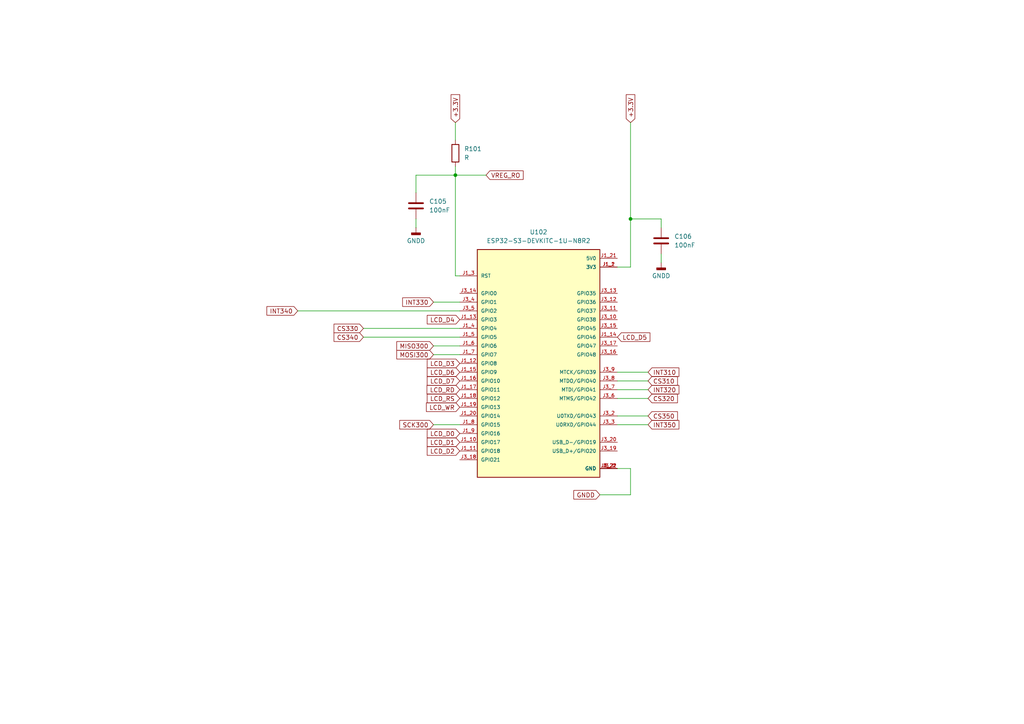
<source format=kicad_sch>
(kicad_sch (version 20250114) (generator "eeschema") (generator_version "9.0")
  (paper "A4")
  (lib_symbols
    (symbol "Device:C" (pin_numbers (hide yes)) (pin_names (offset 0.254))
      (property "Reference" "C" (at 0.635 2.54 0))
      (property "Value" "C" (at 0.635 -2.54 0))
      (symbol "C_0_1"
        (polyline (pts (xy -2.032 0.762) (xy 2.032 0.762)) (stroke (width 0.508)))
        (polyline (pts (xy -2.032 -0.762) (xy 2.032 -0.762)) (stroke (width 0.508)))
      )
      (symbol "C_1_1"
        (pin passive line (at 0 3.81 270) (length 2.794) (name "~") (number "1"))
        (pin passive line (at 0 -3.81 90) (length 2.794) (name "~") (number "2"))
      )
    )
    (symbol "Device:R" (pin_numbers (hide yes)) (pin_names (offset 0))
      (property "Reference" "R" (at 2.032 0 90))
      (property "Value" "R" (at 0 0 90))
      (symbol "R_0_1"
        (rectangle (start -1.016 -2.54) (end 1.016 2.54) (stroke (width 0.254)))
      )
      (symbol "R_1_1"
        (pin passive line (at 0 3.81 270) (length 1.27) (name "~") (number "1"))
        (pin passive line (at 0 -3.81 90) (length 1.27) (name "~") (number "2"))
      )
    )
    (symbol "ESP32-S3-DEVKITC-1U-N8R2:ESP32-S3-DEVKITC-1U-N8R2" (pin_names (offset 1.016))
      (property "Reference" "U" (at -17.78 35.56 0))
      (property "Value" "ESP32-S3-DEVKITC-1U-N8R2" (at -17.78 -35.56 0))
      (symbol "ESP32-S3-DEVKITC-1U-N8R2_0_0"
        (rectangle (start -17.78 -33.02) (end 17.78 33.02) (stroke (width 0.254)) (fill (type background)))
        (pin input line (at -22.86 25.4 0) (length 5.08) (name "RST") (number "J1_3"))
        (pin bidirectional line (at -22.86 20.32 0) (length 5.08) (name "GPIO0") (number "J3_14"))
        (pin bidirectional line (at -22.86 17.78 0) (length 5.08) (name "GPIO1") (number "J3_4"))
        (pin bidirectional line (at -22.86 15.24 0) (length 5.08) (name "GPIO2") (number "J3_5"))
        (pin bidirectional line (at -22.86 12.7 0) (length 5.08) (name "GPIO3") (number "J1_13"))
        (pin bidirectional line (at -22.86 10.16 0) (length 5.08) (name "GPIO4") (number "J1_4"))
        (pin bidirectional line (at -22.86 7.62 0) (length 5.08) (name "GPIO5") (number "J1_5"))
        (pin bidirectional line (at -22.86 5.08 0) (length 5.08) (name "GPIO6") (number "J1_6"))
        (pin bidirectional line (at -22.86 2.54 0) (length 5.08) (name "GPIO7") (number "J1_7"))
        (pin bidirectional line (at -22.86 0 0) (length 5.08) (name "GPIO8") (number "J1_12"))
        (pin bidirectional line (at -22.86 -2.54 0) (length 5.08) (name "GPIO9") (number "J1_15"))
        (pin bidirectional line (at -22.86 -5.08 0) (length 5.08) (name "GPIO10") (number "J1_16"))
        (pin bidirectional line (at -22.86 -7.62 0) (length 5.08) (name "GPIO11") (number "J1_17"))
        (pin bidirectional line (at -22.86 -10.16 0) (length 5.08) (name "GPIO12") (number "J1_18"))
        (pin bidirectional line (at -22.86 -12.7 0) (length 5.08) (name "GPIO13") (number "J1_19"))
        (pin bidirectional line (at -22.86 -15.24 0) (length 5.08) (name "GPIO14") (number "J1_20"))
        (pin bidirectional line (at -22.86 -17.78 0) (length 5.08) (name "GPIO15") (number "J1_8"))
        (pin bidirectional line (at -22.86 -20.32 0) (length 5.08) (name "GPIO16") (number "J1_9"))
        (pin bidirectional line (at -22.86 -22.86 0) (length 5.08) (name "GPIO17") (number "J1_10"))
        (pin bidirectional line (at -22.86 -25.4 0) (length 5.08) (name "GPIO18") (number "J1_11"))
        (pin bidirectional line (at -22.86 -27.94 0) (length 5.08) (name "GPIO21") (number "J3_18"))
        (pin power_in line (at 22.86 30.48 180) (length 5.08) (name "5V0") (number "J1_21"))
        (pin power_in line (at 22.86 27.94 180) (length 5.08) (name "3V3") (number "J1_1"))
        (pin power_in line (at 22.86 27.94 180) (length 5.08) (name "3V3") (number "J1_2"))
        (pin bidirectional line (at 22.86 20.32 180) (length 5.08) (name "GPIO35") (number "J3_13"))
        (pin bidirectional line (at 22.86 17.78 180) (length 5.08) (name "GPIO36") (number "J3_12"))
        (pin bidirectional line (at 22.86 15.24 180) (length 5.08) (name "GPIO37") (number "J3_11"))
        (pin bidirectional line (at 22.86 12.7 180) (length 5.08) (name "GPIO38") (number "J3_10"))
        (pin bidirectional line (at 22.86 10.16 180) (length 5.08) (name "GPIO45") (number "J3_15"))
        (pin bidirectional line (at 22.86 7.62 180) (length 5.08) (name "GPIO46") (number "J1_14"))
        (pin bidirectional line (at 22.86 5.08 180) (length 5.08) (name "GPIO47") (number "J3_17"))
        (pin bidirectional line (at 22.86 2.54 180) (length 5.08) (name "GPIO48") (number "J3_16"))
        (pin bidirectional line (at 22.86 -2.54 180) (length 5.08) (name "MTCK/GPIO39") (number "J3_9"))
        (pin bidirectional line (at 22.86 -5.08 180) (length 5.08) (name "MTDO/GPIO40") (number "J3_8"))
        (pin bidirectional line (at 22.86 -7.62 180) (length 5.08) (name "MTDI/GPIO41") (number "J3_7"))
        (pin bidirectional line (at 22.86 -10.16 180) (length 5.08) (name "MTMS/GPIO42") (number "J3_6"))
        (pin bidirectional line (at 22.86 -15.24 180) (length 5.08) (name "U0TXD/GPIO43") (number "J3_2"))
        (pin bidirectional line (at 22.86 -17.78 180) (length 5.08) (name "U0RXD/GPIO44") (number "J3_3"))
        (pin bidirectional line (at 22.86 -22.86 180) (length 5.08) (name "USB_D-/GPIO19") (number "J3_20"))
        (pin bidirectional line (at 22.86 -25.4 180) (length 5.08) (name "USB_D+/GPIO20") (number "J3_19"))
        (pin power_in line (at 22.86 -30.48 180) (length 5.08) (name "GND") (number "J1_22"))
        (pin power_in line (at 22.86 -30.48 180) (length 5.08) (name "GND") (number "J3_1"))
        (pin power_in line (at 22.86 -30.48 180) (length 5.08) (name "GND") (number "J3_21"))
        (pin power_in line (at 22.86 -30.48 180) (length 5.08) (name "GND") (number "J3_22"))
      )
    )
    (symbol "power:GNDD" (power) (pin_numbers (hide yes)) (pin_names (offset 0) (hide yes))
      (property "Value" "GNDD" (at 0 -3.175 0))
      (symbol "GNDD_0_1"
        (rectangle (start -1.27 -1.524) (end 1.27 -2.032) (stroke (width 0.254)) (fill (type outline)))
        (polyline (pts (xy 0 0) (xy 0 -1.524)))
      )
      (symbol "GNDD_1_1"
        (pin power_in line (at 0 0 270) (length 0) (name "~") (number "1"))
      )
    )
  )
  (junction (at 132.08 50.8))
  (junction (at 182.88 63.5))
  (wire (pts (xy 105.41 95.25) (xy 133.35 95.25)))
  (wire (pts (xy 182.88 143.51) (xy 182.88 135.89)))
  (wire (pts (xy 120.65 50.8) (xy 120.65 55.88)))
  (wire (pts (xy 191.77 63.5) (xy 191.77 66.04)))
  (wire (pts (xy 182.88 143.51) (xy 173.99 143.51)))
  (wire (pts (xy 132.08 50.8) (xy 120.65 50.8)))
  (wire (pts (xy 125.73 100.33) (xy 133.35 100.33)))
  (wire (pts (xy 120.65 63.5) (xy 120.65 66.04)))
  (wire (pts (xy 132.08 80.01) (xy 133.35 80.01)))
  (wire (pts (xy 179.07 115.57) (xy 187.96 115.57)))
  (wire (pts (xy 125.73 87.63) (xy 133.35 87.63)))
  (wire (pts (xy 179.07 110.49) (xy 187.96 110.49)))
  (wire (pts (xy 182.88 63.5) (xy 182.88 77.47)))
  (wire (pts (xy 86.36 90.17) (xy 133.35 90.17)))
  (wire (pts (xy 140.97 50.8) (xy 132.08 50.8)))
  (wire (pts (xy 132.08 50.8) (xy 132.08 80.01)))
  (wire (pts (xy 187.96 120.65) (xy 179.07 120.65)))
  (wire (pts (xy 182.88 135.89) (xy 179.07 135.89)))
  (wire (pts (xy 132.08 48.26) (xy 132.08 50.8)))
  (wire (pts (xy 182.88 77.47) (xy 179.07 77.47)))
  (wire (pts (xy 125.73 102.87) (xy 133.35 102.87)))
  (wire (pts (xy 179.07 123.19) (xy 187.96 123.19)))
  (wire (pts (xy 191.77 73.66) (xy 191.77 76.2)))
  (wire (pts (xy 105.41 97.79) (xy 133.35 97.79)))
  (wire (pts (xy 125.73 123.19) (xy 133.35 123.19)))
  (wire (pts (xy 182.88 35.56) (xy 182.88 63.5)))
  (wire (pts (xy 179.07 107.95) (xy 187.96 107.95)))
  (wire (pts (xy 132.08 35.56) (xy 132.08 40.64)))
  (wire (pts (xy 182.88 63.5) (xy 191.77 63.5)))
  (wire (pts (xy 179.07 113.03) (xy 187.96 113.03)))
  (global_label "LCD_D2" (shape input) (at 133.35 130.81 180) (property "Intersheetrefs" "${INTERSHEET_REFS}" (effects (hide yes))))
  (global_label "MISO300" (shape input) (at 125.73 100.33 180) (property "Intersheetrefs" "${INTERSHEET_REFS}" (effects (hide yes))))
  (global_label "INT340" (shape input) (at 86.36 90.17 180) (property "Intersheetrefs" "${INTERSHEET_REFS}" (effects (hide yes))))
  (global_label "CS340" (shape input) (at 105.41 97.79 180) (property "Intersheetrefs" "${INTERSHEET_REFS}" (effects (hide yes))))
  (global_label "INT330" (shape input) (at 125.73 87.63 180) (property "Intersheetrefs" "${INTERSHEET_REFS}" (effects (hide yes))))
  (global_label "INT320" (shape input) (at 187.96 113.03 0) (property "Intersheetrefs" "${INTERSHEET_REFS}" (effects (hide yes))))
  (global_label "LCD_D5" (shape input) (at 179.07 97.79 0) (property "Intersheetrefs" "${INTERSHEET_REFS}" (effects (hide yes))))
  (global_label "+3.3V" (shape input) (at 132.08 35.56 90) (property "Intersheetrefs" "${INTERSHEET_REFS}" (effects (hide yes))))
  (global_label "MOSI300" (shape input) (at 125.73 102.87 180) (property "Intersheetrefs" "${INTERSHEET_REFS}" (effects (hide yes))))
  (global_label "LCD_D1" (shape input) (at 133.35 128.27 180) (property "Intersheetrefs" "${INTERSHEET_REFS}" (effects (hide yes))))
  (global_label "LCD_D4" (shape input) (at 133.35 92.71 180) (property "Intersheetrefs" "${INTERSHEET_REFS}" (effects (hide yes))))
  (global_label "+3.3V" (shape input) (at 182.88 35.56 90) (property "Intersheetrefs" "${INTERSHEET_REFS}" (effects (hide yes))))
  (global_label "SCK300" (shape input) (at 125.73 123.19 180) (property "Intersheetrefs" "${INTERSHEET_REFS}" (effects (hide yes))))
  (global_label "INT350" (shape input) (at 187.96 123.19 0) (property "Intersheetrefs" "${INTERSHEET_REFS}" (effects (hide yes))))
  (global_label "GNDD" (shape input) (at 173.99 143.51 180) (property "Intersheetrefs" "${INTERSHEET_REFS}" (effects (hide yes))))
  (global_label "LCD_D0" (shape input) (at 133.35 125.73 180) (property "Intersheetrefs" "${INTERSHEET_REFS}" (effects (hide yes))))
  (global_label "LCD_D6" (shape input) (at 133.35 107.95 180) (property "Intersheetrefs" "${INTERSHEET_REFS}" (effects (hide yes))))
  (global_label "CS320" (shape input) (at 187.96 115.57 0) (property "Intersheetrefs" "${INTERSHEET_REFS}" (effects (hide yes))))
  (global_label "CS350" (shape input) (at 187.96 120.65 0) (property "Intersheetrefs" "${INTERSHEET_REFS}" (effects (hide yes))))
  (global_label "LCD_WR" (shape input) (at 133.35 118.11 180) (property "Intersheetrefs" "${INTERSHEET_REFS}" (effects (hide yes))))
  (global_label "LCD_RS" (shape input) (at 133.35 115.57 180) (property "Intersheetrefs" "${INTERSHEET_REFS}" (effects (hide yes))))
  (global_label "VREG_RO" (shape input) (at 140.97 50.8 0) (property "Intersheetrefs" "${INTERSHEET_REFS}" (effects (hide yes))))
  (global_label "CS310" (shape input) (at 187.96 110.49 0) (property "Intersheetrefs" "${INTERSHEET_REFS}" (effects (hide yes))))
  (global_label "LCD_D3" (shape input) (at 133.35 105.41 180) (property "Intersheetrefs" "${INTERSHEET_REFS}" (effects (hide yes))))
  (global_label "INT310" (shape input) (at 187.96 107.95 0) (property "Intersheetrefs" "${INTERSHEET_REFS}" (effects (hide yes))))
  (global_label "CS330" (shape input) (at 105.41 95.25 180) (property "Intersheetrefs" "${INTERSHEET_REFS}" (effects (hide yes))))
  (global_label "LCD_D7" (shape input) (at 133.35 110.49 180) (property "Intersheetrefs" "${INTERSHEET_REFS}" (effects (hide yes))))
  (global_label "LCD_RD" (shape input) (at 133.35 113.03 180) (property "Intersheetrefs" "${INTERSHEET_REFS}" (effects (hide yes))))
  (symbol (lib_id "power:GNDD") (at 191.77 76.2 0) (unit 1)
    (property "Reference" "#PWR0109" (effects (hide yes)))
    (property "Value" "GNDD" (at 191.77 80.01 0))
    (property "Description" "Power symbol creates a global label with name \"GNDD\" , digital ground" (effects (hide yes)))
  )
  (symbol (lib_id "Device:C") (at 191.77 69.85 0) (unit 1)
    (property "Reference" "C106" (at 195.58 68.5799 0) (effects (justify left)))
    (property "Value" "100nF" (at 195.58 71.1199 0) (effects (justify left)))
    (property "Description" "Unpolarized capacitor" (effects (hide yes)))
  )
  (symbol (lib_id "Device:R") (at 132.08 44.45 0) (unit 1)
    (property "Reference" "R101" (at 134.62 43.1799 0) (effects (justify left)))
    (property "Value" "R" (at 134.62 45.7199 0) (effects (justify left)))
    (property "Description" "Resistor" (effects (hide yes)))
  )
  (symbol (lib_id "ESP32-S3-DEVKITC-1U-N8R2:ESP32-S3-DEVKITC-1U-N8R2") (at 156.21 105.41 0) (unit 1)
    (property "Reference" "U102" (at 156.21 67.31 0))
    (property "Value" "ESP32-S3-DEVKITC-1U-N8R2" (at 156.21 69.85 0))
    (property "Footprint" "ESP32-S3-DEVKIT:XCVR_ESP32-S3-DEVKITC-1U-N8R2" (effects (hide yes)))
    (property "MF" "Espressif Systems" (effects (hide yes)))
    (property "MAXIMUM_PACKAGE_HEIGHT" "10.69mm" (effects (hide yes)))
    (property "Package" "None" (effects (hide yes)))
    (property "Price" "None" (effects (hide yes)))
    (property "Check_prices" "https://www.snapeda.com/parts/ESP32-S3-DEVKITC-1U-N8R2/Espressif+Systems/view-part/?ref=eda" (effects (hide yes)))
    (property "STANDARD" "Manufacturer Recommendations" (effects (hide yes)))
    (property "PARTREV" "5.3" (effects (hide yes)))
    (property "SnapEDA_Link" "https://www.snapeda.com/parts/ESP32-S3-DEVKITC-1U-N8R2/Espressif+Systems/view-part/?ref=snap" (effects (hide yes)))
    (property "MP" "ESP32-S3-DEVKITC-1U-N8R2" (effects (hide yes)))
    (property "Description_1" "The ESP32-S3-DEVKITC-1U-N8R2 Evaluation Board from Espressif Systems is a versatile development platform designed for wireless communication applications. It features the ESP32-S3-WROOM-1U-N8R2 transceiver, supporting 802.11 b/g/n Wi-Fi and Bluetooth® 5.x BLE at 2.4GHz, ensuring reliable connectivity. Equipped with 8MB Quad SPI Flash and 2MB Quad SPI, along with 512KB SRAM and 384KB ROM, the board provides ample memory for handling complex tasks efficiently." (effects (hide yes)))
    (property "Availability" "In Stock" (effects (hide yes)))
    (property "MANUFACTURER" "Espressif" (effects (hide yes)))
  )
  (symbol (lib_id "power:GNDD") (at 120.65 66.04 0) (unit 1)
    (property "Reference" "#PWR0108" (effects (hide yes)))
    (property "Value" "GNDD" (at 120.65 69.85 0))
    (property "Description" "Power symbol creates a global label with name \"GNDD\" , digital ground" (effects (hide yes)))
  )
  (symbol (lib_id "Device:C") (at 120.65 59.69 0) (unit 1)
    (property "Reference" "C105" (at 124.46 58.4199 0) (effects (justify left)))
    (property "Value" "100nF" (at 124.46 60.9599 0) (effects (justify left)))
    (property "Description" "Unpolarized capacitor" (effects (hide yes)))
  )
)
</source>
